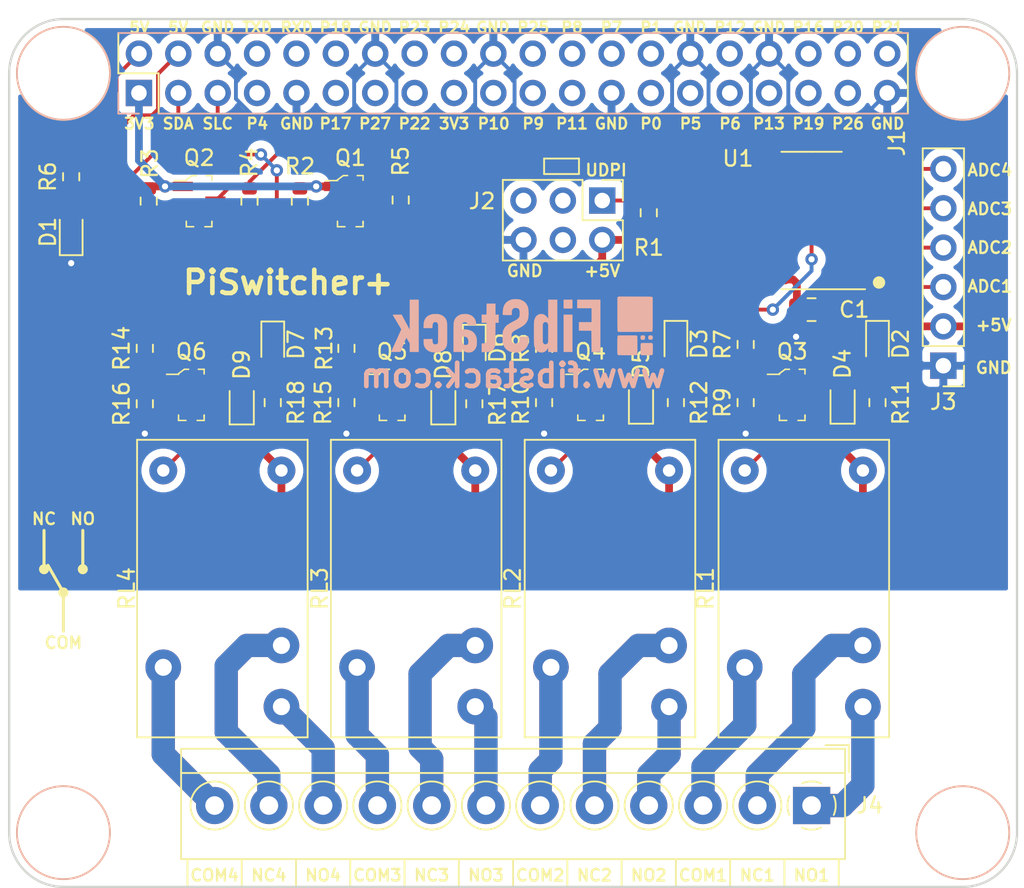
<source format=kicad_pcb>
(kicad_pcb (version 20211014) (generator pcbnew)
  (title_block (title "PiSwitcher Plus Board - PCB layout") (date "2022-10-15") (rev "15") (company "FibStack") (comment 2 "of the CERN-OHL-P V2 license (https:/cern.ch/cern-ohl).") (comment 3 "This file is provided AS IS, WITHOUT ANY EXPRESS OR IMPLIED WARRANTY under the temrs") (comment 4 "Copyright © 2021-2022, FibStack"))
  (layers (0 "F.Cu" signal) (31 "B.Cu" signal) (34 "B.Paste" user) (35 "F.Paste" user) (36 "B.SilkS" user "B.Silkscreen") (37 "F.SilkS" user "F.Silkscreen") (38 "B.Mask" user) (39 "F.Mask" user) (44 "Edge.Cuts" user))
  (net 0 "")
  (net 1 "+5V")
  (net 2 "GND")
  (net 3 "Net-(D1-Pad2)")
  (net 4 "Net-(D2-Pad1)")
  (net 5 "Net-(D2-Pad2)")
  (net 6 "Net-(D3-Pad1)")
  (net 7 "Net-(D3-Pad2)")
  (net 8 "Net-(D6-Pad1)")
  (net 9 "Net-(D6-Pad2)")
  (net 10 "Net-(D7-Pad1)")
  (net 11 "Net-(D7-Pad2)")
  (net 12 "+3V3")
  (net 13 "Net-(J1-Pad3)")
  (net 14 "Net-(J1-Pad5)")
  (net 41 "/UDPI")
  (net 45 "/CH1_ADC")
  (net 46 "/CH2_ADC")
  (net 47 "/CH3_ADC")
  (net 48 "/CH4_ADC")
  (net 49 "/relay1_no")
  (net 50 "/relay1_nc")
  (net 51 "/relay1_com")
  (net 52 "/relay2_no")
  (net 53 "/relay2_nc")
  (net 54 "/relay2_com")
  (net 55 "/relay3_no")
  (net 56 "/relay3_nc")
  (net 57 "/relay3_com")
  (net 58 "/relay4_no")
  (net 59 "/relay4_nc")
  (net 60 "/relay4_com")
  (net 61 "Net-(Q1-Pad3)")
  (net 62 "Net-(Q2-Pad3)")
  (net 63 "Net-(Q3-Pad1)")
  (net 64 "Net-(Q4-Pad1)")
  (net 65 "Net-(Q5-Pad1)")
  (net 66 "Net-(Q6-Pad1)")
  (net 67 "/SW_1")
  (net 68 "/SW_2")
  (net 69 "/SW_3")
  (net 70 "/SW_4")
  (footprint "fibstack_piswitcher_plus_lib:CustomMountingHole" (layer "F.Cu") (at 124.1552 120.96)
    (fp_text reference "H1" hide)
    (fp_text value "MountingHole" hide)
  )
  (footprint "Resistor_SMD:R_0603_1608Metric" (layer "F.Cu") (at 155.1552 89.71 90)
    (fp_text reference "R8")
    (fp_text value "1K" hide)
  )
  (footprint "fibstack_piswitcher_plus_lib:SOT-23-3" (layer "F.Cu") (at 132.9052 80.21)
    (fp_text reference "Q2")
    (fp_text value "2N7002" hide)
  )
  (footprint "fibstack_piswitcher_plus_lib:CustomMountingHole" (layer "F.Cu") (at 182.1552 120.96)
    (fp_text reference "H2" hide)
    (fp_text value "MountingHole" hide)
  )
  (footprint "Resistor_SMD:R_0603_1608Metric" (layer "F.Cu") (at 150.6552 93.285 90)
    (fp_text reference "R17")
    (fp_text value "1K" hide)
  )
  (footprint "TerminalBlock_4Ucon:TerminalBlock_4Ucon_1x12_P3.50mm_Horizontal" (layer "F.Cu") (at 172.4052 119.21 180)
    (fp_text reference "J4")
    (fp_text value "Screw_Terminal_01x12" hide)
  )
  (footprint "Diode_SMD:D_MicroMELF" (layer "F.Cu") (at 135.6552 93.26 90)
    (fp_text reference "D9")
    (fp_text value "D" hide)
  )
  (footprint "Connector_PinHeader_2.54mm:PinHeader_2x20_P2.54mm_Vertical" (layer "F.Cu") (at 129.0252 73.23 90)
    (fp_text reference "J1")
    (fp_text value "Raspberry_Pi_2_3" hide)
  )
  (footprint "Diode_SMD:D_MicroMELF" (layer "F.Cu") (at 174.4052 93.21 90)
    (fp_text reference "D4")
    (fp_text value "D" hide)
  )
  (footprint "Capacitor_SMD:C_0805_2012Metric" (layer "F.Cu") (at 172.4052 87.21 180)
    (fp_text reference "C1")
    (fp_text value "100n" hide)
  )
  (footprint "Resistor_SMD:R_0603_1608Metric" (layer "F.Cu") (at 137.6552 93.21 90)
    (fp_text reference "R18")
    (fp_text value "1K" hide)
  )
  (footprint "LED_SMD:LED_0603_1608Metric" (layer "F.Cu") (at 137.6552 89.46 -90)
    (fp_text reference "D7")
    (fp_text value "LED" hide)
  )
  (footprint "Package_SO:SOIC-14_3.9x8.7mm_P1.27mm" (layer "F.Cu") (at 172.4052 81.46 180)
    (fp_text reference "U1")
    (fp_text value "ATtiny824-SS" hide)
  )
  (footprint "Diode_SMD:D_MicroMELF" (layer "F.Cu") (at 148.6552 93.26 90)
    (fp_text reference "D8")
    (fp_text value "D" hide)
  )
  (footprint "fibstack_piswitcher_plus_lib:J0971C" (layer "F.Cu") (at 171.9052 105.21 -90)
    (fp_text reference "RL1")
    (fp_text value "J0971C" hide)
  )
  (footprint "Connector_PinHeader_2.54mm:PinHeader_1x06_P2.54mm_Vertical" (layer "F.Cu") (at 180.9052 90.83 180)
    (fp_text reference "J3")
    (fp_text value "Conn_01x06_Male" hide)
  )
  (footprint "Resistor_SMD:R_0603_1608Metric" (layer "F.Cu") (at 136.1552 80.21 90)
    (fp_text reference "R4")
    (fp_text value "10K" hide)
  )
  (footprint "Resistor_SMD:R_0603_1608Metric" (layer "F.Cu") (at 124.6552 78.635 90)
    (fp_text reference "R6")
    (fp_text value "1K" hide)
  )
  (footprint "Resistor_SMD:R_0603_1608Metric" (layer "F.Cu") (at 129.4052 93.285 -90)
    (fp_text reference "R16")
    (fp_text value "10K" hide)
  )
  (footprint "LED_SMD:LED_0603_1608Metric" (layer "F.Cu") (at 163.6552 89.4225 -90)
    (fp_text reference "D3")
    (fp_text value "LED" hide)
  )
  (footprint "Diode_SMD:D_MicroMELF" (layer "F.Cu") (at 161.4052 93.21 90)
    (fp_text reference "D5")
    (fp_text value "D" hide)
  )
  (footprint "fibstack_piswitcher_plus_lib:SOT-23-3" (layer "F.Cu") (at 142.6552 80.21)
    (fp_text reference "Q1")
    (fp_text value "2N7002" hide)
  )
  (footprint "fibstack_piswitcher_plus_lib:SOT-23-3" (layer "F.Cu") (at 145.3552 92.71)
    (fp_text reference "Q5")
    (fp_text value "2N7002" hide)
  )
  (footprint "fibstack_piswitcher_plus_lib:J0971C" (layer "F.Cu") (at 146.9052 105.21 -90)
    (fp_text reference "RL3")
    (fp_text value "J0971C" hide)
  )
  (footprint "Connector_PinHeader_2.54mm:PinHeader_2x03_P2.54mm_Vertical" (layer "F.Cu") (at 158.9052 80.17 -90)
    (fp_text reference "J2")
    (fp_text value "Conn_02x03_Odd_Even" hide)
  )
  (footprint "Resistor_SMD:R_0603_1608Metric" (layer "F.Cu") (at 155.1552 93.21 -90)
    (fp_text reference "R10")
    (fp_text value "10K" hide)
  )
  (footprint "Resistor_SMD:R_0603_1608Metric" (layer "F.Cu") (at 142.4052 89.71 90)
    (fp_text reference "R13")
    (fp_text value "1K" hide)
  )
  (footprint "Resistor_SMD:R_0603_1608Metric" (layer "F.Cu") (at 176.6552 93.21 90)
    (fp_text reference "R11")
    (fp_text value "1K" hide)
  )
  (footprint "Resistor_SMD:R_0603_1608Metric" (layer "F.Cu") (at 168.1552 93.21 -90)
    (fp_text reference "R9")
    (fp_text value "10K" hide)
  )
  (footprint "fibstack_piswitcher_plus_lib:CustomMountingHole" (layer "F.Cu") (at 124.1552 71.96)
    (fp_text reference "H4" hide)
    (fp_text value "MountingHole" hide)
  )
  (footprint "Resistor_SMD:R_0603_1608Metric" (layer "F.Cu") (at 142.4052 93.21 -90)
    (fp_text reference "R15")
    (fp_text value "10K" hide)
  )
  (footprint "fibstack_piswitcher_plus_lib:SOT-23-3" (layer "F.Cu") (at 171.1552 92.71)
    (fp_text reference "Q3")
    (fp_text value "2N7002" hide)
  )
  (footprint "LED_SMD:LED_0603_1608Metric" (layer "F.Cu") (at 176.6552 89.4225 -90)
    (fp_text reference "D2")
    (fp_text value "LED" hide)
  )
  (footprint "Resistor_SMD:R_0603_1608Metric" (layer "F.Cu") (at 161.9052 80.96 90)
    (fp_text reference "R1")
    (fp_text value "10K" hide)
  )
  (footprint "Resistor_SMD:R_0603_1608Metric" (layer "F.Cu") (at 129.6552 80.21 -90)
    (fp_text reference "R3")
    (fp_text value "10K" hide)
  )
  (footprint "Resistor_SMD:R_0603_1608Metric" (layer "F.Cu") (at 163.6552 93.21 90)
    (fp_text reference "R12")
    (fp_text value "1K" hide)
  )
  (footprint "fibstack_piswitcher_plus_lib:SOT-23-3" (layer "F.Cu") (at 158.1552 92.71)
    (fp_text reference "Q4")
    (fp_text value "2N7002" hide)
  )
  (footprint "fibstack_piswitcher_plus_lib:SOT-23-3" (layer "F.Cu") (at 132.4052 92.71)
    (fp_text reference "Q6")
    (fp_text value "2N7002" hide)
  )
  (footprint "Resistor_SMD:R_0603_1608Metric" (layer "F.Cu") (at 139.4052 80.21 -90)
    (fp_text reference "R2")
    (fp_text value "10K" hide)
  )
  (footprint "Resistor_SMD:R_0603_1608Metric" (layer "F.Cu") (at 129.4052 89.71 90)
    (fp_text reference "R14")
    (fp_text value "1K" hide)
  )
  (footprint "LED_SMD:LED_0603_1608Metric" (layer "F.Cu") (at 150.6552 89.6725 -90)
    (fp_text reference "D6")
    (fp_text value "LED" hide)
  )
  (footprint "fibstack_piswitcher_plus_lib:J0971C" (layer "F.Cu") (at 134.4052 105.21 -90)
    (fp_text reference "RL4")
    (fp_text value "J0971C" hide)
  )
  (footprint "fibstack_piswitcher_plus_lib:CustomMountingHole" (layer "F.Cu") (at 182.1552 71.96)
    (fp_text reference "H3" hide)
    (fp_text value "MountingHole" hide)
  )
  (footprint "Resistor_SMD:R_0603_1608Metric" (layer "F.Cu") (at 145.9052 80.135 90)
    (fp_text reference "R5")
    (fp_text value "10K" hide)
  )
  (footprint "LED_SMD:LED_0603_1608Metric" (layer "F.Cu") (at 124.6552 82.21 90)
    (fp_text reference "D1")
    (fp_text value "LED" hide)
  )
  (footprint "fibstack_piswitcher_plus_lib:J0971C" (layer "F.Cu") (at 159.4052 105.21 -90)
    (fp_text reference "RL2")
    (fp_text value "J0971C" hide)
  )
  (footprint "Resistor_SMD:R_0603_1608Metric" (layer "F.Cu") (at 168.1552 89.46 90)
    (fp_text reference "R7")
    (fp_text value "1K" hide)
  )
  (footprint "fibstack_piswitcher_plus_lib:fibstack_logo" (layer "B.Cu") (at 153.1552 87.96 180)
    (fp_text reference "G***")
    (fp_text value "LOGO")
  )
  (gr_line (start 139.1552 122.785) (end 139.1552 124.435) (layer "F.SilkS") (width 0.12))
  (gr_line (start 122.9052 103.96) (end 122.9052 101.46) (layer "F.SilkS") (width 0.2))
  (gr_line (start 125.4052 103.96) (end 125.4052 101.46) (layer "F.SilkS") (width 0.2))
  (gr_line (start 167.1552 122.71) (end 167.1552 124.36) (layer "F.SilkS") (width 0.12))
  (gr_line (start 157.4052 77.46) (end 157.4052 78.46) (layer "F.SilkS") (width 0.12))
  (gr_line (start 155.1552 78.46) (end 155.1552 77.46) (layer "F.SilkS") (width 0.12))
  (gr_circle (center 125.4052 103.96) (end 125.6052 103.96) (layer "F.SilkS") (width 0.25) (fill none))
  (gr_line (start 124.1552 107.96) (end 124.1552 105.46) (layer "F.SilkS") (width 0.2))
  (gr_line (start 146.1552 122.71) (end 146.1552 124.36) (layer "F.SilkS") (width 0.12))
  (gr_circle (center 124.1552 105.46) (end 124.3552 105.46) (layer "F.SilkS") (width 0.25) (fill none))
  (gr_line (start 132.1552 122.71) (end 132.1552 124.36) (layer "F.SilkS") (width 0.12))
  (gr_line (start 157.4052 78.46) (end 155.1552 78.46) (layer "F.SilkS") (width 0.12))
  (gr_line (start 124.1552 105.46) (end 123.1552 103.71) (layer "F.SilkS") (width 0.2))
  (gr_line (start 163.6552 122.71) (end 163.6552 124.36) (layer "F.SilkS") (width 0.12))
  (gr_line (start 156.6552 122.71) (end 156.6552 124.36) (layer "F.SilkS") (width 0.12))
  (gr_line (start 153.1552 122.71) (end 153.1552 124.36) (layer "F.SilkS") (width 0.12))
  (gr_circle (center 176.7552 85.46) (end 176.9552 85.46) (layer "F.SilkS") (width 0.4) (fill none))
  (gr_circle (center 122.9052 103.96) (end 123.1052 103.96) (layer "F.SilkS") (width 0.25) (fill none))
  (gr_line (start 170.6552 122.71) (end 170.6552 124.36) (layer "F.SilkS") (width 0.12))
  (gr_line (start 160.1552 122.71) (end 160.1552 124.36) (layer "F.SilkS") (width 0.12))
  (gr_line (start 135.6552 122.71) (end 135.6552 124.36) (layer "F.SilkS") (width 0.12))
  (gr_line (start 142.6552 122.71) (end 142.6552 124.36) (layer "F.SilkS") (width 0.12))
  (gr_line (start 174.1552 122.71) (end 174.1552 124.36) (layer "F.SilkS") (width 0.12))
  (gr_line (start 149.6552 122.71) (end 149.6552 124.36) (layer "F.SilkS") (width 0.12))
  (gr_line (start 155.1552 77.46) (end 157.4052 77.46) (layer "F.SilkS") (width 0.12))
  (gr_arc (start 124.1552 124.46) (mid 121.680326 123.434874) (end 120.6552 120.96) (layer "Edge.Cuts") (width 0.15))
  (gr_arc (start 185.6552 120.96) (mid 184.630074 123.434874) (end 182.1552 124.46) (layer "Edge.Cuts") (width 0.15))
  (gr_line (start 182.1552 68.46) (end 124.1552 68.46) (layer "Edge.Cuts") (width 0.15))
  (gr_line (start 124.1552 124.46) (end 182.1552 124.46) (layer "Edge.Cuts") (width 0.15))
  (gr_line (start 120.6552 71.96) (end 120.6552 120.96) (layer "Edge.Cuts") (width 0.15))
  (gr_line (start 185.6552 120.96) (end 185.6552 71.96) (layer "Edge.Cuts") (width 0.15))
  (gr_arc (start 182.1552 68.46) (mid 184.630074 69.485126) (end 185.6552 71.96) (layer "Edge.Cuts") (width 0.15))
  (gr_arc (start 120.6552 71.96) (mid 121.680326 69.485126) (end 124.1552 68.46) (layer "Edge.Cuts") (width 0.15))
  (gr_text "www.fibstack.com" (at 153.1552 91.46) (layer "B.SilkS") (effects (font (size 1.5 1.5) (thickness 0.3)) (justify mirror)))
  (gr_text "5V" (at 129.0552 69.01) (layer "F.SilkS") (effects (font (size 0.7 0.7))))
  (gr_text "NO3" (at 151.4052 123.71) (layer "F.SilkS") (effects (font (size 0.75 0.75))))
  (gr_text "+5V" (at 184.1552 88.21) (layer "F.SilkS") (effects (font (size 0.75 0.75))))
  (gr_text "P23" (at 146.8052 69.01) (layer "F.SilkS") (effects (font (size 0.7 0.7))))
  (gr_text "P5" (at 164.6052 75.21) (layer "F.SilkS") (effects (font (size 0.7 0.7))))
  (gr_text "NC" (at 122.9052 100.71) (layer "F.SilkS") (effects (font (size 0.75 0.75))))
  (gr_text "P12" (at 167.1552 69.01) (layer "F.SilkS") (effects (font (size 0.7 0.7))))
  (gr_text "NO2" (at 161.9052 123.71) (layer "F.SilkS") (effects (font (size 0.75 0.75))))
  (gr_text "RXD" (at 139.2052 69.01) (layer "F.SilkS") (effects (font (size 0.7 0.7))))
  (gr_text "P25" (at 154.4552 69.01) (layer "F.SilkS") (effects (font (size 0.7 0.7))))
  (gr_text "P10" (at 151.9052 75.21) (layer "F.SilkS") (effects (font (size 0.7 0.7))))
  (gr_text "P19" (at 172.2052 75.21) (layer "F.SilkS") (effects (font (size 0.7 0.7))))
  (gr_text "GND" (at 151.8552 69.01) (layer "F.SilkS") (effects (font (size 0.7 0.7))))
  (gr_text "NO1" (at 172.4052 123.71) (layer "F.SilkS") (effects (font (size 0.75 0.75))))
  (gr_text "ADC4" (at 183.9052 78.21) (layer "F.SilkS") (effects (font (size 0.75 0.75))))
  (gr_text "P7" (at 159.5052 69.01) (layer "F.SilkS") (effects (font (size 0.7 0.7))))
  (gr_text "GND" (at 159.5052 75.21) (layer "F.SilkS") (effects (font (size 0.7 0.7))))
  (gr_text "COM1" (at 165.4052 123.71) (layer "F.SilkS") (effects (font (size 0.75 0.75))))
  (gr_text "P4" (at 136.6552 75.21) (layer "F.SilkS") (effects (font (size 0.7 0.7))))
  (gr_text "3V3" (at 129.0552 75.21) (layer "F.SilkS") (effects (font (size 0.7 0.7))))
  (gr_text "P16" (at 172.2052 69.01) (layer "F.SilkS") (effects (font (size 0.7 0.7))))
  (gr_text "NC1" (at 168.9052 123.71) (layer "F.SilkS") (effects (font (size 0.75 0.75))))
  (gr_text "P22" (at 146.8052 75.21) (layer "F.SilkS") (effects (font (size 0.7 0.7))))
  (gr_text "P6" (at 167.1552 75.21) (layer "F.SilkS") (effects (font (size 0.7 0.7))))
  (gr_text "GND" (at 169.6552 69.01) (layer "F.SilkS") (effects (font (size 0.7 0.7))))
  (gr_text "GND" (at 184.1552 90.96) (layer "F.SilkS") (effects (font (size 0.75 0.75))))
  (gr_text "P0" (at 162.0552 75.21) (layer "F.SilkS") (effects (font (size 0.7 0.7))))
  (gr_text "P24" (at 149.3552 69.01) (layer "F.SilkS") (effects (font (size 0.7 0.7))))
  (gr_text "ADC2" (at 183.9052 83.21) (layer "F.SilkS") (effects (font (size 0.75 0.75))))
  (gr_text "GND" (at 139.2052 75.21) (layer "F.SilkS") (effects (font (size 0.7 0.7))))
  (gr_text "COM4" (at 133.9052 123.71) (layer "F.SilkS") (effects (font (size 0.75 0.75))))
  (gr_text "SLC" (at 134.1052 75.21) (layer "F.SilkS") (effects (font (size 0.7 0.7))))
  (gr_text "P18" (at 141.7052 69.01) (layer "F.SilkS") (effects (font (size 0.7 0.7))))
  (gr_text "COM3" (at 144.4052 123.71) (layer "F.SilkS") (effects (font (size 0.75 0.75))))
  (gr_text "SDA" (at 131.5552 75.21) (layer "F.SilkS") (effects (font (size 0.7 0.7))))
  (gr_text "5V" (at 131.5552 69.01) (layer "F.SilkS") (effects (font (size 0.7 0.7))))
  (gr_text "GND" (at 144.2552 69.01) (layer "F.SilkS") (effects (font (size 0.7 0.7))))
  (gr_text "ADC1" (at 183.9052 85.71) (layer "F.SilkS") (effects (font (size 0.75 0.75))))
  (gr_text "+5V" (at 158.9052 84.71) (layer "F.SilkS") (effects (font (size 0.75 0.75))))
  (gr_text "COM2" (at 154.9052 123.71) (layer "F.SilkS") (effects (font (size 0.75 0.75))))
  (gr_text "PiSwitcher+" (at 138.6552 85.46) (layer "F.SilkS") (effects (font (size 1.5 1.5) (thickness 0.3))))
  (gr_text "P11" (at 156.9552 75.21) (layer "F.SilkS") (effects (font (size 0.7 0.7))))
  (gr_text "P26" (at 174.7552 75.21) (layer "F.SilkS") (effects (font (size 0.7 0.7))))
  (gr_text "P20" (at 174.7552 69.01) (layer "F.SilkS") (effects (font (size 0.7 0.7))))
  (gr_text "GND" (at 153.9052 84.71) (layer "F.SilkS") (effects (font (size 0.75 0.75))))
  (gr_text "P21" (at 177.3052 69.01) (layer "F.SilkS") (effects (font (size 0.7 0.7))))
  (gr_text "COM" (at 124.1552 108.71) (layer "F.SilkS") (effects (font (size 0.75 0.75))))
  (gr_text "P8" (at 156.9552 69.01) (layer "F.SilkS") (effects (font (size 0.7 0.7))))
  (gr_text "NC2" (at 158.4052 123.71) (layer "F.SilkS") (effects (font (size 0.75 0.75))))
  (gr_text "TXD" (at 136.6552 69.01) (layer "F.SilkS") (effects (font (size 0.7 0.7))))
  (gr_text "P1" (at 162.0552 69.01) (layer "F.SilkS") (effects (font (size 0.7 0.7))))
  (gr_text "GND" (at 177.3052 75.21) (layer "F.SilkS") (effects (font (size 0.7 0.7))))
  (gr_text "ADC3" (at 183.9052 80.71) (layer "F.SilkS") (effects (font (size 0.75 0.75))))
  (gr_text "NC3" (at 147.9052 123.71) (layer "F.SilkS") (effects (font (size 0.75 0.75))))
  (gr_text "P13" (at 169.6552 75.21) (layer "F.SilkS") (effects (font (size 0.7 0.7))))
  (gr_text "NC4" (at 137.4052 123.71) (layer "F.SilkS") (effects (font (size 0.75 0.75))))
  (gr_text "GND" (at 164.5552 69.01) (layer "F.SilkS") (effects (font (size 0.7 0.7))))
  (gr_text "NO4" (at 140.9052 123.71) (layer "F.SilkS") (effects (font (size 0.75 0.75))))
  (gr_text "NO" (at 125.4052 100.71) (layer "F.SilkS") (effects (font (size 0.75 0.75))))
  (gr_text "P17" (at 141.7052 75.21) (layer "F.SilkS") (effects (font (size 0.7 0.7))))
  (gr_text "P9" (at 154.4552 75.21) (layer "F.SilkS") (effects (font (size 0.7 0.7))))
  (gr_text "GND" (at 134.1052 69.01) (layer "F.SilkS") (effects (font (size 0.7 0.7))))
  (gr_text "3V3" (at 149.3552 75.21) (layer "F.SilkS") (effects (font (size 0.7 0.7))))
  (gr_text "UDPI" (at 159.1552 78.21) (layer "F.SilkS") (effects (font (size 0.75 0.75))))
  (gr_text "P27" (at 144.2552 75.21) (layer "F.SilkS") (effects (font (size 0.7 0.7))))
  (segment (start 126.1552 77.21) (end 127.580201 75.784999) (width 0.5) (layer "F.Cu") (net 1))
  (segment (start 135.6552 94.46) (end 135.6552 94.06) (width 0.5) (layer "F.Cu") (net 1))
  (segment (start 135.6552 94.06) (end 137.6302 94.06) (width 0.5) (layer "F.Cu") (net 1))
  (segment (start 176.6302 94.01) (end 176.6552 94.035) (width 0.5) (layer "F.Cu") (net 1))
  (segment (start 175.7152 97.59) (end 175.7152 100.15) (width 0.5) (layer "F.Cu") (net 1))
  (segment (start 138.1552 100.21) (end 129.1552 100.21) (width 0.5) (layer "F.Cu") (net 1))
  (segment (start 148.9052 83.21) (end 145.9052 83.21) (width 0.5) (layer "F.Cu") (net 1))
  (segment (start 174.4052 94.01) (end 175.8552 94.01) (width 0.5) (layer "F.Cu") (net 1))
  (segment (start 124.6552 77.81) (end 126.0552 77.81) (width 0.5) (layer "F.Cu") (net 1))
  (segment (start 126.1552 97.21) (end 126.1552 83.21) (width 0.5) (layer "F.Cu") (net 1))
  (segment (start 157.9052 84.96) (end 150.6552 84.96) (width 0.5) (layer "F.Cu") (net 1))
  (segment (start 150.6052 94.06) (end 150.6552 94.11) (width 0.5) (layer "F.Cu") (net 1))
  (segment (start 160.9802 82.71) (end 161.9052 81.785) (width 0.5) (layer "F.Cu") (net 1))
  (segment (start 138.2152 100.15) (end 138.1552 100.21) (width 0.5) (layer "F.Cu") (net 1))
  (segment (start 138.2152 97.59) (end 135.6552 95.03) (width 0.5) (layer "F.Cu") (net 1))
  (segment (start 158.9052 83.96) (end 157.9052 84.96) (width 0.5) (layer "F.Cu") (net 1))
  (segment (start 130.2552 74.285002) (end 129.867701 74.672501) (width 0.25) (layer "F.Cu") (net 1))
  (segment (start 138.2152 97.59) (end 138.2152 100.15) (width 0.5) (layer "F.Cu") (net 1))
  (segment (start 129.0252 70.69) (end 127.580201 72.134999) (width 0.25) (layer "F.Cu") (net 1))
  (segment (start 173.3552 85.51) (end 173.5952 85.27) (width 0.5) (layer "F.Cu") (net 1))
  (segment (start 174.4052 94.46) (end 174.4052 94.01) (width 0.5) (layer "F.Cu") (net 1))
  (segment (start 158.9052 82.71) (end 158.9052 83.96) (width 0.5) (layer "F.Cu") (net 1))
  (segment (start 158.9052 82.71) (end 160.9802 82.71) (width 0.5) (layer "F.Cu") (net 1))
  (segment (start 163.2152 94.12) (end 163.1052 94.01) (width 0.5) (layer "F.Cu") (net 1))
  (segment (start 163.2152 100.15) (end 163.1552 100.21) (width 0.5) (layer "F.Cu") (net 1))
  (segment (start 129.867701 74.672501) (end 128.692699 74.672501) (width 0.25) (layer "F.Cu") (net 1))
  (segment (start 163.2152 97.59) (end 161.4052 95.78) (width 0.5) (layer "F.Cu") (net 1))
  (segment (start 150.6552 100.21) (end 138.1552 100.21) (width 0.5) (layer "F.Cu") (net 1))
  (segment (start 179.4852 88.29) (end 178.4052 87.21) (width 0.5) (layer "F.Cu") (net 1))
  (segment (start 180.9052 88.29) (end 179.4852 88.29) (width 0.5) (layer "F.Cu") (net 1))
  (segment (start 175.6552 100.21) (end 163.1552 100.21) (width 0.5) (layer "F.Cu") (net 1))
  (segment (start 161.4052 95.78) (end 161.4052 94.01) (width 0.5) (layer "F.Cu") (net 1))
  (segment (start 136.1552 83.21) (end 126.1552 83.21) (width 0.5) (layer "F.Cu") (net 1))
  (segment (start 135.6552 95.03) (end 135.6552 94.46) (width 0.5) (layer "F.Cu") (net 1))
  (segment (start 175.7152 97.59) (end 174.4052 96.28) (width 0.5) (layer "F.Cu") (net 1))
  (segment (start 150.7152 100.15) (end 150.6552 100.21) (width 0.5) (layer "F.Cu") (net 1))
  (segment (start 150.6552 84.96) (end 148.9052 83.21) (width 0.5) (layer "F.Cu") (net 1))
  (segment (start 126.1552 77.71) (end 126.1552 77.21) (width 0.5) (layer "F.Cu") (net 1))
  (segment (start 126.0552 77.81) (end 126.1552 77.71) (width 0.5) (layer "F.Cu") (net 1))
  (segment (start 163.1052 94.01) (end 163.6302 94.01) (width 0.5) (layer "F.Cu") (net 1))
  (segment (start 137.6302 94.06) (end 137.6552 94.035) (width 0.5) (layer "F.Cu") (net 1))
  (segment (start 184.1552 97.71) (end 181.6552 100.21) (width 0.5) (layer "F.Cu") (net 1))
  (segment (start 127.580201 72.134999) (end 127.580201 75.784999) (width 0.25) (layer "F.Cu") (net 1))
  (segment (start 148.6552 94.06) (end 150.6052 94.06) (width 0.5) (layer "F.Cu") (net 1))
  (segment (start 181.6552 100.21) (end 175.6552 100.21) (width 0.5) (layer "F.Cu") (net 1))
  (segment (start 126.1552 83.21) (end 126.1552 77.71) (width 0.5) (layer "F.Cu") (net 1))
  (segment (start 184.1552 89.71) (end 184.1552 97.71) (width 0.5) (layer "F.Cu") (net 1))
  (segment (start 150.7152 97.59) (end 148.6552 95.53) (width 0.5) (layer "F.Cu") (net 1))
  (segment (start 128.692699 74.672501) (end 127.580201 75.784999) (width 0.25) (layer "F.Cu") (net 1))
  (segment (start 178.4052 87.21) (end 173.3552 87.21) (width 0.5) (layer "F.Cu") (net 1))
  (segment (start 174.4052 96.28) (end 174.4052 94.46) (width 0.5) (layer "F.Cu") (net 1))
  (segment (start 128.6552 99.71) (end 126.1552 97.21) (width 0.5) (layer "F.Cu") (net 1))
  (segment (start 161.4052 94.01) (end 163.1052 94.01) (width 0.5) (layer "F.Cu") (net 1))
  (segment (start 150.7152 97.59) (end 150.7152 100.15) (width 0.5) (layer "F.Cu") (net 1))
  (segment (start 148.6552 95.53) (end 148.6552 94.06) (width 0.5) (layer "F.Cu") (net 1))
  (segment (start 163.2152 97.59) (end 163.2152 100.15) (width 0.5) (layer "F.Cu") (net 1))
  (segment (start 175.8552 94.01) (end 176.6302 94.01) (width 0.5) (layer "F.Cu") (net 1))
  (segment (start 163.1552 100.21) (end 150.6552 100.21) (width 0.5) (layer "F.Cu") (net 1))
  (segment (start 180.9052 88.29) (end 182.7352 88.29) (width 0.5) (layer "F.Cu") (net 1))
  (segment (start 173.5952 85.27) (end 174.8802 85.27) (width 0.5) (layer "F.Cu") (net 1))
  (segment (start 175.7152 100.15) (end 175.6552 100.21) (width 0.5) (layer "F.Cu") (net 1))
  (segment (start 131.5652 70.69) (end 130.2552 72) (width 0.25) (layer "F.Cu") (net 1))
  (segment (start 145.9052 80.96) (end 145.9052 83.21) (width 0.5) (layer "F.Cu") (net 1))
  (segment (start 136.1552 81.035) (end 136.1552 83.21) (width 0.5) (layer "F.Cu") (net 1))
  (segment (start 163.6302 94.01) (end 163.6552 94.035) (width 0.5) (layer "F.Cu") (net 1))
  (segment (start 130.2552 72) (end 130.2552 74.285002) (width 0.25) (layer "F.Cu") (net 1))
  (segment (start 182.7352 88.29) (end 184.1552 89.71) (width 0.5) (layer "F.Cu") (net 1))
  (segment (start 173.3552 87.21) (end 173.3552 85.51) (width 0.5) (layer "F.Cu") (net 1))
  (segment (start 128.6552 99.71) (end 129.1552 100.21) (width 0.5) (layer "F.Cu") (net 1))
  (segment (start 145.9052 83.21) (end 136.1552 83.21) (width 0.5) (layer "F.Cu") (net 1))
  (segment (start 129.4052 94.11) (end 130.9052 94.11) (width 0.5) (layer "F.Cu") (net 2))
  (segment (start 156.7302 94.035) (end 157.1052 93.66) (width 0.5) (layer "F.Cu") (net 2))
  (segment (start 169.7302 94.035) (end 170.1052 93.66) (width 0.5) (layer "F.Cu") (net 2))
  (segment (start 171.4552 85.51) (end 171.2152 85.27) (width 0.5) (layer "F.Cu") (net 2))
  (segment (start 143.9302 94.035) (end 144.3052 93.66) (width 0.5) (layer "F.Cu") (net 2))
  (segment (start 171.2152 85.27) (end 169.9302 85.27) (width 0.5) (layer "F.Cu") (net 2))
  (segment (start 124.6552 82.9975) (end 124.6552 84.21) (width 0.5) (layer "F.Cu") (net 2))
  (segment (start 168.1552 94.035) (end 168.1552 95.21) (width 0.5) (layer "F.Cu") (net 2))
  (segment (start 168.1552 94.035) (end 169.7302 94.035) (width 0.5) (layer "F.Cu") (net 2))
  (segment (start 171.4552 88.91) (end 171.4052 88.96) (width 0.5) (layer "F.Cu") (net 2))
  (segment (start 129.4052 94.11) (end 129.4052 95.21) (width 0.5) (layer "F.Cu") (net 2))
  (segment (start 155.1552 94.035) (end 155.1552 95.21) (width 0.5) (layer "F.Cu") (net 2))
  (segment (start 142.4052 94.035) (end 142.4052 95.21) (width 0.5) (layer "F.Cu") (net 2))
  (segment (start 142.4052 94.035) (end 143.9302 94.035) (width 0.5) (layer "F.Cu") (net 2))
  (segment (start 155.1552 94.035) (end 156.7302 94.035) (width 0.5) (layer "F.Cu") (net 2))
  (segment (start 130.9052 94.11) (end 131.3552 93.66) (width 0.5) (layer "F.Cu") (net 2))
  (segment (start 171.4552 87.21) (end 171.4552 88.91) (width 0.5) (layer "F.Cu") (net 2))
  (segment (start 171.4552 87.21) (end 171.4552 85.51) (width 0.5) (layer "F.Cu") (net 2))
  (via (at 168.1552 95.21) (size 0.8) (drill 0.4) (layers "F.Cu" "B.Cu") (net 2))
  (via (at 171.4052 88.96) (size 0.8) (drill 0.4) (layers "F.Cu" "B.Cu") (net 2))
  (via (at 142.4052 95.21) (size 0.8) (drill 0.4) (layers "F.Cu" "B.Cu") (net 2))
  (via (at 129.4052 95.21) (size 0.8) (drill 0.4) (layers "F.Cu" "B.Cu") (net 2))
  (via (at 155.1552 95.21) (size 0.8) (drill 0.4) (layers "F.Cu" "B.Cu") (net 2))
  (via (at 124.6552 84.21) (size 0.8) (drill 0.4) (layers "F.Cu" "B.Cu") (net 2))
  (segment (start 163.410199 71.865001) (end 163.410199 74.705001) (width 0.25) (layer "B.Cu") (net 2))
  (segment (start 151.8852 70.69) (end 150.710199 71.865001) (width 0.25) (layer "B.Cu") (net 2))
  (segment (start 153.250199 74.615001) (end 153.1552 74.71) (width 0.25) (layer "B.Cu") (net 2))
  (segment (start 165.9052 74.71) (end 163.4052 74.71) (width 0.25) (layer "B.Cu") (net 2))
  (segment (start 168.490199 71.865001) (end 168.490199 74.544999) (width 0.25) (layer "B.Cu") (net 2))
  (segment (start 145.630199 72.054999) (end 145.630199 74.684999) (width 0.25) (layer "B.Cu") (net 2))
  (segment (start 139.1852 74.68) (end 139.1552 74.71) (width 0.25) (layer "B.Cu") (net 2))
  (segment (start 144.2652 70.69) (end 142.9052 72.05) (width 0.25) (layer "B.Cu") (net 2))
  (segment (start 136.386198 74.71) (end 139.1552 74.71) (width 0.25) (layer "B.Cu") (net 2))
  (segment (start 150.4052 74.71) (end 145.6552 74.71) (width 0.25) (layer "B.Cu") (net 2))
  (segment (start 150.6552 74.71) (end 150.4052 74.71) (width 0.25) (layer "B.Cu") (net 2))
  (segment (start 139.1552 74.71) (end 140.6652 74.71) (width 0.25) (layer "B.Cu") (net 2))
  (segment (start 153.250199 72.054999) (end 153.250199 74.615001) (width 0.25) (layer "B.Cu") (net 2))
  (segment (start 169.6652 70.69) (end 170.9052 71.93) (width 0.25) (layer "B.Cu") (net 2))
  (segment (start 150.710199 71.865001) (end 150.710199 74.655001) (width 0.25) (layer "B.Cu") (net 2))
  (segment (start 145.6552 74.71) (end 142.9052 74.71) (width 0.25) (layer "B.Cu") (net 2))
  (segment (start 135.280201 73.604003) (end 136.386198 74.71) (width 0.25) (layer "B.Cu") (net 2))
  (segment (start 164.5852 70.69) (end 163.410199 71.865001) (width 0.25) (layer "B.Cu") (net 2))
  (segment (start 159.4052 74.71) (end 153.1552 74.71) (width 0.25) (layer "B.Cu") (net 2))
  (segment (start 135.280201 71.865001) (end 135.280201 73.604003) (width 0.25) (layer "B.Cu") (net 2))
  (segment (start 165.760201 74.565001) (end 165.9052 74.71) (width 0.25) (layer "B.Cu") (net 2))
  (segment (start 153.1552 74.71) (end 150.6552 74.71) (width 0.25) (layer "B.Cu") (net 2))
  (segment (start 168.490199 74.544999) (end 168.6552 74.71) (width 0.25) (layer "B.Cu") (net 2))
  (segment (start 169.6652 70.69) (end 168.490199 71.865001) (width 0.25) (layer "B.Cu") (net 2))
  (segment (start 165.760201 71.865001) (end 165.760201 74.565001) (width 0.25) (layer "B.Cu") (net 2))
  (segment (start 151.8852 70.69) (end 153.250199 72.054999) (width 0.25) (layer "B.Cu") (net 2))
  (segment (start 175.8052 74.71) (end 170.9052 74.71) (width 0.25) (layer "B.Cu") (net 2))
  (segment (start 160.9852 74.71) (end 159.4052 74.71) (width 0.25) (layer "B.Cu") (net 2))
  (segment (start 142.9052 74.71) (end 140.6652 74.71) (width 0.25) (layer "B.Cu") (net 2))
  (segment (start 177.2852 73.23) (end 175.8052 74.71) (width 0.25) (layer "B.Cu") (net 2))
  (segment (start 150.710199 74.655001) (end 150.6552 74.71) (width 0.25) (layer "B.Cu") (net 2))
  (segment (start 159.5052 73.23) (end 159.5052 74.61) (width 0.25) (layer "B.Cu") (net 2))
  (segment (start 139.1852 73.23) (end 139.1852 74.68) (width 0.25) (layer "B.Cu") (net 2))
  (segment (start 164.5852 70.69) (end 165.760201 71.865001) (width 0.25) (layer "B.Cu") (net 2))
  (segment (start 163.410199 74.705001) (end 163.4052 74.71) (width 0.25) (layer "B.Cu") (net 2))
  (segment (start 145.630199 74.684999) (end 145.6552 74.71) (width 0.25) (layer "B.Cu") (net 2))
  (segment (start 134.1052 70.69) (end 135.280201 71.865001) (width 0.25) (layer "B.Cu") (net 2))
  (segment (start 144.2652 70.69) (end 145.630199 72.054999) (width 0.25) (layer "B.Cu") (net 2))
  (segment (start 168.6552 74.71) (end 165.9052 74.71) (width 0.25) (layer "B.Cu") (net 2))
  (segment (start 159.5052 74.61) (end 159.4052 74.71) (width 0.25) (layer "B.Cu") (net 2))
  (segment (start 170.9052 74.71) (end 168.6552 74.71) (width 0.25) (layer "B.Cu") (net 2))
  (segment (start 142.9052 72.05) (end 142.9052 74.71) (width 0.25) (layer "B.Cu") (net 2))
  (segment (start 170.9052 71.93) (end 170.9052 74.71) (width 0.25) (layer "B.Cu") (net 2))
  (segment (start 163.4052 74.71) (end 160.9852 74.71) (width 0.25) (layer "B.Cu") (net 2))
  (segment (start 124.6552 79.46) (end 124.6552 81.4225) (width 0.25) (layer "F.Cu") (net 3))
  (segment (start 174.4052 92.41) (end 174.4052 89.71) (width 0.25) (layer "F.Cu") (net 4))
  (segment (start 168.0952 97.59) (end 172.2052 93.48) (width 0.25) (layer "F.Cu") (net 4))
  (segment (start 174.1052 92.71) (end 174.4052 92.41) (width 0.25) (layer "F.Cu") (net 4))
  (segment (start 172.2052 92.71) (end 174.1052 92.71) (width 0.25) (layer "F.Cu") (net 4))
  (segment (start 172.2052 93.48) (end 172.2052 92.71) (width 0.25) (layer "F.Cu") (net 4))
  (segment (start 175.4802 88.635) (end 176.6552 88.635) (width 0.25) (layer "F.Cu") (net 4))
  (segment (start 174.4052 89.71) (end 175.4802 88.635) (width 0.25) (layer "F.Cu") (net 4))
  (segment (start 176.6552 90.21) (end 176.6552 92.385) (width 0.25) (layer "F.Cu") (net 5))
  (segment (start 159.2052 93.98) (end 159.2052 92.71) (width 0.25) (layer "F.Cu") (net 6))
  (segment (start 161.1052 92.71) (end 161.4052 92.41) (width 0.25) (layer "F.Cu") (net 6))
  (segment (start 162.4802 88.635) (end 163.6552 88.635) (width 0.25) (layer "F.Cu") (net 6))
  (segment (start 155.5952 97.59) (end 159.2052 93.98) (width 0.25) (layer "F.Cu") (net 6))
  (segment (start 159.2052 92.71) (end 161.1052 92.71) (width 0.25) (layer "F.Cu") (net 6))
  (segment (start 161.4052 92.41) (end 161.4052 89.71) (width 0.25) (layer "F.Cu") (net 6))
  (segment (start 161.4052 89.71) (end 162.4802 88.635) (width 0.25) (layer "F.Cu") (net 6))
  (segment (start 163.6552 90.21) (end 163.6552 92.385) (width 0.25) (layer "F.Cu") (net 7))
  (segment (start 148.6552 89.71) (end 149.4802 88.885) (width 0.25) (layer "F.Cu") (net 8))
  (segment (start 146.4052 94.28) (end 146.4052 92.71) (width 0.25) (layer "F.Cu") (net 8))
  (segment (start 148.4052 92.71) (end 148.6552 92.46) (width 0.25) (layer "F.Cu") (net 8))
  (segment (start 149.4802 88.885) (end 150.6552 88.885) (width 0.25) (layer "F.Cu") (net 8))
  (segment (start 148.6552 92.46) (end 148.6552 89.71) (width 0.25) (layer "F.Cu") (net 8))
  (segment (start 143.0952 97.59) (end 146.4052 94.28) (width 0.25) (layer "F.Cu") (net 8))
  (segment (start 146.4052 92.71) (end 148.4052 92.71) (width 0.25) (layer "F.Cu") (net 8))
  (segment (start 150.6552 90.46) (end 150.6552 92.46) (width 0.25) (layer "F.Cu") (net 9))
  (segment (start 133.4552 94.73) (end 133.4552 92.71) (width 0.25) (layer "F.Cu") (net 10))
  (segment (start 135.4052 92.71) (end 135.6552 92.46) (width 0.25) (layer "F.Cu") (net 10))
  (segment (start 136.4427 88.6725) (end 137.6552 88.6725) (width 0.25) (layer "F.Cu") (net 10))
  (segment (start 135.6552 92.46) (end 135.6552 89.46) (width 0.25) (layer "F.Cu") (net 10))
  (segment (start 133.4552 92.71) (end 135.4052 92.71) (width 0.25) (layer "F.Cu") (net 10))
  (segment (start 135.6552 89.46) (end 136.4427 88.6725) (width 0.25) (layer "F.Cu") (net 10))
  (segment (start 130.5952 97.59) (end 133.4552 94.73) (width 0.25) (layer "F.Cu") (net 10))
  (segment (start 137.6552 90.2475) (end 137.6552 92.385) (width 0.25) (layer "F.Cu") (net 11))
  (segment (start 139.5302 79.26) (end 139.4052 79.385) (width 0.5) (layer "F.Cu") (net 12))
  (segment (start 131.8552 79.26) (end 130.7052 79.26) (width 0.5) (layer "F.Cu") (net 12))
  (segment (start 129.7802 79.26) (end 129.6552 79.385) (width 0.5) (layer "F.Cu") (net 12))
  (segment (start 140.4552 79.26) (end 139.5302 79.26) (width 0.5) (layer "F.Cu") (net 12))
  (segment (start 130.7052 79.26) (end 129.7802 79.26) (width 0.5) (layer "F.Cu") (net 12))
  (segment (start 141.6052 79.26) (end 140.4552 79.26) (width 0.5) (layer "F.Cu") (net 12))
  (via (at 130.7052 79.26) (size 0.8) (drill 0.4) (layers "F.Cu" "B.Cu") (net 12))
  (via (at 140.4552 79.26) (size 0.8) (drill 0.4) (layers "F.Cu" "B.Cu") (net 12))
  (segment (start 130.7052 79.26) (end 140.4552 79.26) (width 0.5) (layer "B.Cu") (net 12))
  (segment (start 129.0252 77.58) (end 130.7052 79.26) (width 0.5) (layer "B.Cu") (net 12))
  (segment (start 129.0252 73.23) (end 129.0252 77.58) (width 0.5) (layer "B.Cu") (net 12))
  (segment (start 129.7802 81.16) (end 129.6552 81.035) (width 0.25) (layer "F.Cu") (net 13))
  (segment (start 131.5652 75.55) (end 131.5652 73.23) (width 0.25) (layer "F.Cu") (net 13))
  (segment (start 128.4052 78.71) (end 131.5652 75.55) (width 0.25) (layer "F.Cu") (net 13))
  (segment (start 128.9802 81.035) (end 128.4052 80.46) (width 0.25) (layer "F.Cu") (net 13))
  (segment (start 128.4052 80.46) (end 128.4052 78.71) (width 0.25) (layer "F.Cu") (net 13))
  (segment (start 131.8552 81.16) (end 129.7802 81.16) (width 0.25) (layer "F.Cu") (net 13))
  (segment (start 129.6552 81.035) (end 128.9802 81.035) (width 0.25) (layer "F.Cu") (net 13))
  (segment (start 139.5302 81.16) (end 139.4052 81.035) (width 0.25) (layer "F.Cu") (net 14))
  (segment (start 134.1052 73.23) (end 134.1052 75.66) (width 0.25) (layer "F.Cu") (net 14))
  (segment (start 138.1552 80.71) (end 137.917853 80.472653) (width 0.25) (layer "F.Cu") (net 14))
  (segment (start 138.4802 81.035) (end 138.1552 80.71) (width 0.25) (layer "F.Cu") (net 14))
  (segment (start 139.4052 81.035) (end 138.4802 81.035) (width 0.25) (layer "F.Cu") (net 14))
  (segment (start 137.917853 80.472653) (end 137.917853 78.222653) (width 0.25) (layer "F.Cu") (net 14))
  (segment (start 135.642547 77.197347) (end 136.892547 77.197347) (width 0.25) (layer "F.Cu") (net 14))
  (segment (start 134.1052 75.66) (end 135.642547 77.197347) (width 0.25) (layer "F.Cu") (net 14))
  (segment (start 141.6052 81.16) (end 139.5302 81.16) (width 0.25) (layer "F.Cu") (net 14))
  (via (at 137.917853 78.222653) (size 0.8) (drill 0.4) (layers "F.Cu" "B.Cu") (net 14))
  (via (at 136.892547 77.197347) (size 0.8) (drill 0.4) (layers "F.Cu" "B.Cu") (net 14))
  (segment (start 137.917853 78.222653) (end 136.892547 77.197347) (width 0.25) (layer "B.Cu") (net 14))
  (segment (start 169.8752 80.135) (end 169.9302 80.19) (width 0.25) (layer "F.Cu") (net 41))
  (segment (start 158.9052 80.17) (end 161.8702 80.17) (width 0.25) (layer "F.Cu") (net 41))
  (segment (start 161.8702 80.17) (end 161.9052 80.135) (width 0.25) (layer "F.Cu") (net 41))
  (segment (start 161.9052 80.135) (end 169.8752 80.135) (width 0.25) (layer "F.Cu") (net 41))
  (segment (start 174.8802 84) (end 177.4452 84) (width 0.25) (layer "F.Cu") (net 45))
  (segment (start 177.4452 84) (end 179.1952 85.75) (width 0.25) (layer "F.Cu") (net 45))
  (segment (start 179.1952 85.75) (end 180.9052 85.75) (width 0.25) (layer "F.Cu") (net 45))
  (segment (start 178.6752 82.73) (end 179.1552 83.21) (width 0.25) (layer "F.Cu") (net 46))
  (segment (start 174.8802 82.73) (end 178.6752 82.73) (width 0.25) (layer "F.Cu") (net 46))
  (segment (start 179.1552 83.21) (end 180.9052 83.21) (width 0.25) (layer "F.Cu") (net 46))
  (segment (start 174.8802 81.46) (end 178.1552 81.46) (width 0.25) (layer "F.Cu") (net 47))
  (segment (start 178.1552 81.46) (end 178.9452 80.67) (width 0.25) (layer "F.Cu") (net 47))
  (segment (start 178.9452 80.67) (end 180.9052 80.67) (width 0.25) (layer "F.Cu") (net 47))
  (segment (start 174.8802 80.19) (end 176.9252 80.19) (width 0.25) (layer "F.Cu") (net 48))
  (segment (start 178.9852 78.13) (end 180.9052 78.13) (width 0.25) (layer "F.Cu") (net 48))
  (segment (start 176.9252 80.19) (end 178.9852 78.13) (width 0.25) (layer "F.Cu") (net 48))
  (segment (start 175.7152 117.9) (end 174.4052 119.21) (width 1.5) (layer "F.Cu") (net 49))
  (segment (start 175.7152 112.83) (end 175.7152 117.9) (width 1.5) (layer "F.Cu") (net 49))
  (segment (start 174.4052 119.21) (end 172.4052 119.21) (width 1.5) (layer "F.Cu") (net 49))
  (segment (start 174.4052 119.21) (end 172.4052 119.21) (width 1.5) (layer "B.Cu") (net 49))
  (segment (start 175.7152 112.83) (end 175.7152 117.9) (width 1.5) (layer "B.Cu") (net 49))
  (segment (start 175.7152 117.9) (end 174.4052 119.21) (width 1.5) (layer "B.Cu") (net 49))
  (segment (start 171.9052 114.21) (end 168.9052 117.21) (width 1.5) (layer "F.Cu") (net 50))
  (segment (start 171.9052 110.71) (end 171.9052 114.21) (width 1.5) (layer "F.Cu") (net 50))
  (segment (start 168.9052 117.21) (end 168.9052 119.21) (width 1.5) (layer "F.Cu") (net 50))
  (segment (start 173.7352 108.88) (end 171.9052 110.71) (width 1.5) (layer "F.Cu") (net 50))
  (segment (start 175.7152 108.88) (end 173.7352 108.88) (width 1.5) (layer "F.Cu") (net 50))
  (segment (start 168.9052 117.21) (end 168.9052 119.21) (width 1.5) (layer "B.Cu") (net 50))
  (segment (start 175.7152 108.88) (end 173.7352 108.88) (width 1.5) (layer "B.Cu") (net 50))
  (segment (start 173.7352 108.88) (end 171.9052 110.71) (width 1.5) (layer "B.Cu") (net 50))
  (segment (start 171.9052 114.21) (end 168.9052 117.21) (width 1.5) (layer "B.Cu") (net 50))
  (segment (start 171.9052 110.71) (end 171.9052 114.21) (width 1.5) (layer "B.Cu") (net 50))
  (segment (start 168.0952 114.02) (end 165.4052 116.71) (width 1.5) (layer "F.Cu") (net 51))
  (segment (start 165.4052 116.71) (end 165.4052 119.21) (width 1.5) (layer "F.Cu") (net 51))
  (segment (start 168.0952 110.29) (end 168.0952 114.02) (width 1.5) (layer "F.Cu") (net 51))
  (segment (start 168.0952 110.29) (end 168.0952 114.02) (width 1.5) (layer "B.Cu") (net 51))
  (segment (start 168.0952 114.02) (end 165.4052 116.71) (width 1.5) (layer "B.Cu") (net 51))
  (segment (start 165.4052 116.71) (end 165.4052 119.21) (width 1.5) (layer "B.Cu") (net 51))
  (segment (start 161.9052 117.21) (end 161.9052 119.21) (width 1.5) (layer "F.Cu") (net 52))
  (segment (start 163.2152 115.9) (end 161.9052 117.21) (width 1.5) (layer "F.Cu") (net 52))
  (segment (start 163.2152 112.83) (end 163.2152 115.9) (width 1.5) (layer "F.Cu") (net 52))
  (segment (start 161.9052 117.21) (end 161.9052 119.21) (width 1.5) (layer "B.Cu") (net 52))
  (segment (start 163.2152 112.83) (end 163.2152 115.9) (width 1.5) (layer "B.Cu") (net 52))
  (segment (start 163.2152 115.9) (end 161.9052 117.21) (width 1.5) (layer "B.Cu") (net 52))
  (segment (start 161.2352 108.88) (end 159.4052 110.71) (width 1.5) (layer "F.Cu") (net 53))
  (segment (start 158.4052 115.21) (end 159.4052 114.21) (width 1.5) (layer "F.Cu") (net 53))
  (segment (start 163.2152 108.88) (end 161.2352 108.88) (width 1.5) (layer "F.Cu") (net 53))
  (segment (start 159.4052 110.71) (end 159.4052 114.21) (width 1.5) (layer "F.Cu") (net 53))
  (segment (start 158.4052 119.21) (end 158.4052 115.21) (width 1.5) (layer "F.Cu") (net 53))
  (segment (start 158.4052 119.21) (end 158.4052 115.21) (width 1.5) (layer "B.Cu") (net 53))
  (segment (start 158.4052 115.21) (end 159.4052 114.21) (width 1.5) (layer "B.Cu") (net 53))
  (segment (start 161.2352 108.88) (end 159.4052 110.71) (width 1.5) (layer "B.Cu") (net 53))
  (segment (start 159.4052 110.71) (end 159.4052 114.21) (width 1.5) (layer "B.Cu") (net 53))
  (segment (start 163.2152 108.88) (end 161.2352 108.88) (width 1.5) (layer "B.Cu") (net 53))
  (segment (start 155.5952 116.27) (end 154.9052 116.96) (width 1.5) (layer "F.Cu") (net 54))
  (segment (start 154.9052 116.96) (end 154.9052 119.21) (width 1.5) (layer "F.Cu") (net 54))
  (segment (start 155.5952 110.29) (end 155.5952 116.27) (width 1.5) (layer "F.Cu") (net 54))
  (segment (start 155.5952 116.27) (end 154.9052 116.96) (width 1.5) (layer "B.Cu") (net 54))
  (segment (start 154.9052 116.96) (end 154.9052 119.21) (width 1.5) (layer "B.Cu") (net 54))
  (segment (start 155.5952 110.29) (end 155.5952 116.27) (width 1.5) (layer "B.Cu") (net 54))
  (segment (start 151.4052 113.52) (end 150.7152 112.83) (width 1.5) (layer "F.Cu") (net 55))
  (segment (start 151.4052 119.21) (end 151.4052 113.52) (width 1.5) (layer "F.Cu") (net 55))
  (segment (start 151.4052 113.52) (end 150.7152 112.83) (width 1.5) (layer "B.Cu") (net 55))
  (segment (start 151.4052 119.21) (end 151.4052 113.52) (width 1.5) (layer "B.Cu") (net 55))
  (segment (start 150.7152 108.88) (end 148.9852 108.88) (width 1.5) (layer "F.Cu") (net 56))
  (segment (start 147.1552 115.46) (end 147.9052 116.21) (width 1.5) (layer "F.Cu") (net 56))
  (segment (start 147.1552 110.71) (end 147.1552 115.46) (width 1.5) (layer "F.Cu") (net 56))
  (segment (start 147.9052 116.21) (end 147.9052 119.21) (width 1.5) (layer "F.Cu") (net 56))
  (segment (start 148.9852 108.88) (end 147.1552 110.71) (width 1.5) (layer "F.Cu") (net 56))
  (segment (start 150.7152 108.88) (end 148.9852 108.88) (width 1.5) (layer "B.Cu") (net 56))
  (segment (start 147.9052 116.21) (end 147.9052 119.21) (width 1.5) (layer "B.Cu") (net 56))
  (segment (start 148.9852 108.88) (end 147.1552 110.71) (width 1.5) (layer "B.Cu") (net 56))
  (segment (start 147.1552 110.71) (end 147.1552 115.46) (width 1.5) (layer "B.Cu") (net 56))
  (segment (start 147.1552 115.46) (end 147.9052 116.21) (width 1.5) (layer "B.Cu") (net 56))
  (segment (start 144.4052 115.96) (end 144.4052 119.21) (width 1.5) (layer "F.Cu") (net 57))
  (segment (start 143.0952 114.65) (end 144.4052 115.96) (width 1.5) (layer "F.Cu") (net 57))
  (segment (start 143.0952 110.29) (end 143.0952 114.65) (width 1.5) (layer "F.Cu") (net 57))
  (segment (start 143.0952 114.65) (end 144.4052 115.96) (width 1.5) (layer "B.Cu") (net 57))
  (segment (start 144.4052 115.96) (end 144.4052 119.21) (width 1.5) (layer "B.Cu") (net 57))
  (segment (start 143.0952 110.29) (end 143.0952 114.65) (width 1.5) (layer "B.Cu") (net 57))
  (segment (start 140.9052 115.52) (end 138.2152 112.83) (width 1.5) (layer "F.Cu") (net 58))
  (segment (start 140.9052 119.21) (end 140.9052 115.52) (width 1.5) (layer "F.Cu") (net 58))
  (segment (start 140.9052 119.21) (end 140.9052 115.52) (width 1.5) (layer "B.Cu") (net 58))
  (segment (start 140.9052 115.52) (end 138.2152 112.83) (width 1.5) (layer "B.Cu") (net 58))
  (segment (start 134.6552 114.46) (end 134.6552 110.21) (width 1.5) (layer "F.Cu") (net 59))
  (segment (start 134.6552 110.21) (end 135.9852 108.88) (width 1.5) (layer "F.Cu") (net 59))
  (segment (start 135.9852 108.88) (end 138.2152 108.88) (width 1.5) (layer "F.Cu") (net 59))
  (segment (start 137.4052 117.21) (end 134.6552 114.46) (width 1.5) (layer "F.Cu") (net 59))
  (segment (start 137.4052 119.21) (end 137.4052 117.21) (width 1.5) (layer "F.Cu") (net 59))
  (segment (start 135.9852 108.88) (end 138.2152 108.88) (width 1.5) (layer "B.Cu") (net 59))
  (segment (start 137.4052 117.21) (end 134.6552 114.46) (width 1.5) (layer "B.Cu") (net 59))
  (segment (start 137.4052 119.21) (end 137.4052 117.21) (width 1.5) (layer "B.Cu") (net 59))
  (segment (start 134.6552 114.46) (end 134.6552 110.21) (width 1.5) (layer "B.Cu") (net 59))
  (segment (start 134.6552 110.21) (end 135.9852 108.88) (width 1.5) (layer "B.Cu") (net 59))
  (segment (start 130.5952 110.29) (end 130.5952 115.9) (width 1.5) (layer "F.Cu") (net 60))
  (segment (start 130.5952 115.9) (end 133.9052 119.21) (width 1.5) (layer "F.Cu") (net 60))
  (segment (start 130.5952 115.9) (end 133.9052 119.21) (width 1.5) (layer "B.Cu") (net 60))
  (segment (start 130.5952 110.29) (end 130.5952 115.9) (width 1.5) (layer "B.Cu") (net 60))
  (segment (start 150.8052 79.31) (end 151.9052 78.21) (width 0.25) (layer "F.Cu") (net 61))
  (segment (start 164.6152 78.92) (end 169.9302 78.92) (width 0.25) (layer "F.Cu") (net 61))
  (segment (start 145.9052 79.31) (end 150.8052 79.31) (width 0.25) (layer "F.Cu") (net 61))
  (segment (start 145.9052 79.31) (end 144.6052 79.31) (width 0.25) (layer "F.Cu") (net 61))
  (segment (start 151.9052 78.21) (end 163.9052 78.21) (width 0.25) (layer "F.Cu") (net 61))
  (segment (start 144.6052 79.31) (end 143.7052 80.21) (width 0.25) (layer "F.Cu") (net 61))
  (segment (start 163.9052 78.21) (end 164.6152 78.92) (width 0.25) (layer "F.Cu") (net 61))
  (segment (start 136.1552 79.385) (end 136.1552 78.96) (width 0.25) (layer "F.Cu") (net 62))
  (segment (start 136.1552 78.96) (end 138.1552 76.96) (width 0.25) (layer "F.Cu") (net 62))
  (segment (start 164.4052 76.96) (end 165.0952 77.65) (width 0.25) (layer "F.Cu") (net 62))
  (segment (start 134.7802 79.385) (end 133.9552 80.21) (width 0.25) (layer "F.Cu") (net 62))
  (segment (start 165.0952 77.65) (end 169.9302 77.65) (width 0.25) (layer "F.Cu") (net 62))
  (segment (start 136.1552 79.385) (end 134.7802 79.385) (width 0.25) (layer "F.Cu") (net 62))
  (segment (start 138.1552 76.96) (end 164.4052 76.96) (width 0.25) (layer "F.Cu") (net 62))
  (segment (start 168.1552 90.285) (end 168.1552 91.71) (width 0.25) (layer "F.Cu") (net 63))
  (segment (start 168.7802 91.76) (end 168.1552 92.385) (width 0.25) (layer "F.Cu") (net 63))
  (segment (start 170.1052 91.76) (end 168.7802 91.76) (width 0.25) (layer "F.Cu") (net 63))
  (segment (start 168.1552 91.71) (end 168.1552 92.385) (width 0.25) (layer "F.Cu") (net 63))
  (segment (start 155.1552 90.535) (end 155.1552 91.71) (width 0.25) (layer "F.Cu") (net 64))
  (segment (start 155.7802 91.76) (end 155.1552 92.385) (width 0.25) (layer "F.Cu") (net 64))
  (segment (start 157.1052 91.76) (end 155.7802 91.76) (width 0.25) (layer "F.Cu") (net 64))
  (segment (start 155.1552 91.71) (end 155.1552 92.385) (width 0.25) (layer "F.Cu") (net 64))
  (segment (start 144.3052 91.76) (end 143.0302 91.76) (width 0.25) (layer "F.Cu") (net 65))
  (segment (start 142.4052 91.71) (end 142.4052 92.385) (width 0.25) (layer "F.Cu") (net 65))
  (segment (start 143.0302 91.76) (end 142.4052 92.385) (width 0.25) (layer "F.Cu") (net 65))
  (segment (start 142.4052 90.535) (end 142.4052 91.71) (width 0.25) (layer "F.Cu") (net 65))
  (segment (start 129.4052 91.71) (end 129.4052 92.46) (width 0.25) (layer "F.Cu") (net 66))
  (segment (start 130.1052 91.76) (end 129.4052 92.46) (width 0.25) (layer "F.Cu") (net 66))
  (segment (start 131.3552 91.76) (end 130.1052 91.76) (width 0.25) (layer "F.Cu") (net 66))
  (segment (start 129.4052 90.535) (end 129.4052 91.71) (width 0.25) (layer "F.Cu") (net 66))
  (segment (start 173.9052 78.92) (end 172.4052 80.42) (width 0.25) (layer "F.Cu") (net 67))
  (segment (start 169.9052 87.21) (end 168.9052 87.21) (width 0.25) (layer "F.Cu") (net 67))
  (segment (start 168.1552 87.96) (end 168.1552 88.635) (width 0.25) (layer "F.Cu") (net 67))
  (segment (start 172.4052 80.42) (end 172.4052 83.96) (width 0.25) (layer "F.Cu") (net 67))
  (segment (start 168.9052 87.21) (end 168.1552 87.96) (width 0.25) (layer "F.Cu") (net 67))
  (segment (start 174.8802 78.92) (end 173.9052 78.92) (width 0.25) (layer "F.Cu") (net 67))
  (via (at 169.9052 87.21) (size 0.8) (drill 0.4) (layers "F.Cu" "B.Cu") (net 67))
  (via (at 172.4052 83.96) (size 0.8) (drill 0.4) (layers "F.Cu" "B.Cu") (net 67))
  (segment (start 172.4052 84.71) (end 169.9052 87.21) (width 0.25) (layer "B.Cu") (net 67))
  (segment (start 172.4052 83.96) (end 172.4052 84.71) (width 0.25) (layer "B.Cu") (net 67))
  (segment (start 160.3302 88.885) (end 155.1552 88.885) (width 0.25) (layer "F.Cu") (net 68))
  (segment (start 165.2352 86.71) (end 162.5052 86.71) (width 0.25) (layer "F.Cu") (net 68))
  (segment (start 162.5052 86.71) (end 160.3302 88.885) (width 0.25) (layer "F.Cu") (net 68))
  (segment (start 169.9302 84) (end 167.9452 84) (width 0.25) (layer "F.Cu") (net 68))
  (segment (start 167.9452 84) (end 165.2352 86.71) (width 0.25) (layer "F.Cu") (net 68))
  (segment (start 164.9052 85.46) (end 161.9052 85.46) (width 0.25) (layer "F.Cu") (net 69))
  (segment (start 161.9052 85.46) (end 159.6552 87.71) (width 0.25) (layer "F.Cu") (net 69))
  (segment (start 149.0052 87.71) (end 147.8302 88.885) (width 0.25) (layer "F.Cu") (net 69))
  (segment (start 169.9302 82.73) (end 167.6352 82.73) (width 0.25) (layer "F.Cu") (net 69))
  (segment (start 159.6552 87.71) (end 149.0052 87.71) (width 0.25) (layer "F.Cu") (net 69))
  (segment (start 167.6352 82.73) (end 164.9052 85.46) (width 0.25) (layer "F.Cu") (net 69))
  (segment (start 147.8302 88.885) (end 142.4052 88.885) (width 0.25) (layer "F.Cu") (net 69))
  (segment (start 134.3302 88.885) (end 129.4052 88.885) (width 0.25) (layer "F.Cu") (net 70))
  (segment (start 161.1552 84.21) (end 159.0302 86.335) (width 0.25) (layer "F.Cu") (net 70))
  (segment (start 148.5302 86.335) (end 147.4052 87.46) (width 0.25) (layer "F.Cu") (net 70))
  (segment (start 135.7552 87.46) (end 134.3302 88.885) (width 0.25) (layer "F.Cu") (net 70))
  (segment (start 169.9302 81.46) (end 167.1552 81.46) (width 0.25) (layer "F.Cu") (net 70))
  (segment (start 167.1552 81.46) (end 164.4052 84.21) (width 0.25) (layer "F.Cu") (net 70))
  (segment (start 159.0302 86.335) (end 148.5302 86.335) (width 0.25) (layer "F.Cu") (net 70))
  (segment (start 164.4052 84.21) (end 161.1552 84.21) (width 0.25) (layer "F.Cu") (net 70))
  (segment (start 147.4052 87.46) (end 135.7552 87.46) (width 0.25) (layer "F.Cu") (net 70))
  (zone (net 2) (net_name "GND") (layer "B.Cu") (connect_pads (clearance 0.508)) (min_thickness 0.254) (fill yes (thermal_gap 0.508) (thermal_bridge_width 0.508))
    (polygon (pts (xy 186.1052 105.33) (xy 120.0652 105.33) (xy 120.0652 67.23) (xy 186.1052 67.23)))
  )
)
</source>
